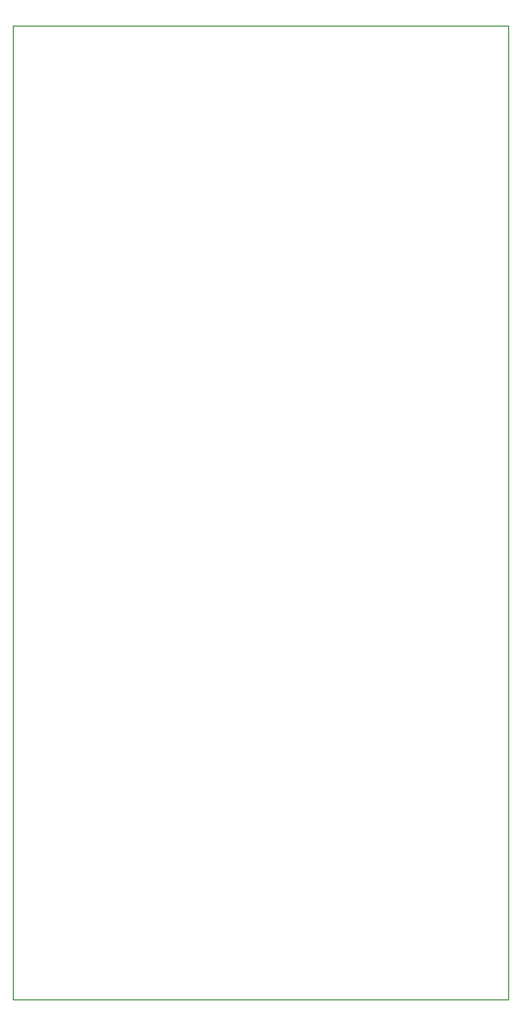
<source format=gbr>
%TF.GenerationSoftware,KiCad,Pcbnew,6.0.4*%
%TF.CreationDate,2022-05-03T23:03:23+02:00*%
%TF.ProjectId,hdmi brd,68646d69-2062-4726-942e-6b696361645f,rev?*%
%TF.SameCoordinates,Original*%
%TF.FileFunction,Profile,NP*%
%FSLAX46Y46*%
G04 Gerber Fmt 4.6, Leading zero omitted, Abs format (unit mm)*
G04 Created by KiCad (PCBNEW 6.0.4) date 2022-05-03 23:03:23*
%MOMM*%
%LPD*%
G01*
G04 APERTURE LIST*
%TA.AperFunction,Profile*%
%ADD10C,0.100000*%
%TD*%
G04 APERTURE END LIST*
D10*
X73660000Y-45720000D02*
X116332000Y-45720000D01*
X116332000Y-45720000D02*
X116332000Y-129540000D01*
X116332000Y-129540000D02*
X73660000Y-129540000D01*
X73660000Y-129540000D02*
X73660000Y-45720000D01*
M02*

</source>
